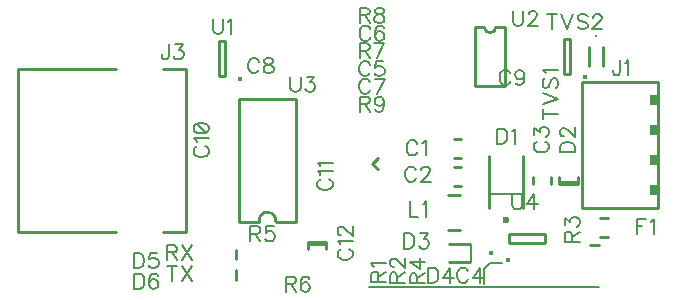
<source format=gto>
G04 DipTrace 2.4.0.2*
%INTopSilk.gbr*%
%MOIN*%
%ADD10C,0.0098*%
%ADD18C,0.0079*%
%ADD23C,0.0236*%
%ADD25C,0.0157*%
%ADD33C,0.0154*%
%ADD35C,0.0094*%
%ADD80C,0.0077*%
%FSLAX44Y44*%
G04*
G70*
G90*
G75*
G01*
%LNTopSilk*%
%LPD*%
X16605Y8622D2*
D10*
X16840D1*
X16605Y9252D2*
X16840D1*
X16605Y7685D2*
X16840D1*
X16605Y8314D2*
X16840D1*
X19861Y7745D2*
Y7981D1*
X19232Y7745D2*
Y7981D1*
X11732Y5742D2*
X12361D1*
X11732Y5816D2*
X12361D1*
X11732D2*
Y5581D1*
X12361Y5816D2*
Y5581D1*
X17788Y6964D2*
Y8696D1*
X18930Y6964D2*
Y8696D1*
D23*
X18359Y6570D3*
X20107Y7745D2*
D10*
Y7981D1*
X20736Y7745D2*
Y7981D1*
Y7820D2*
X20107D1*
X20736Y7745D2*
X20107D1*
X17151Y5140D2*
X16442D1*
X17151Y5770D2*
X16442D1*
D25*
X17840Y5455D3*
X21139Y5731D2*
D10*
X21454D1*
X9331Y5571D2*
Y5256D1*
Y4882D2*
Y4567D1*
X21496Y5985D2*
X21732D1*
X21496Y6614D2*
X21732D1*
X23429Y6965D2*
Y11146D1*
X20870D1*
Y6965D1*
X23429D1*
G36*
X23144Y7398D2*
X23459D1*
Y7712D1*
X23144D1*
Y7398D1*
G37*
G36*
Y8397D2*
X23459D1*
Y8712D1*
X23144D1*
Y8397D1*
G37*
G36*
Y9398D2*
X23459D1*
Y9713D1*
X23144D1*
Y9398D1*
G37*
G36*
Y10398D2*
X23459D1*
Y10713D1*
X23144D1*
Y10398D1*
G37*
X2067Y11575D2*
D10*
Y6142D1*
Y11575D2*
X5334D1*
X2067Y6142D2*
X5335D1*
X6910Y11575D2*
X7677D1*
Y6142D1*
X6910D1*
X16407Y6222D2*
X16801D1*
X16408Y7403D2*
X16801D1*
D33*
X20974Y11325D3*
X20472Y11417D2*
D10*
Y12598D1*
X20276D1*
Y11417D1*
X20472D1*
X21594Y12323D2*
Y11693D1*
X21122Y12323D2*
Y11693D1*
D35*
X21358Y12693D3*
D33*
X9474Y11255D3*
X8972Y11347D2*
D10*
Y12529D1*
X8776D1*
Y11347D1*
X8972D1*
X17303Y12992D2*
Y11024D1*
X18327Y12992D2*
Y11024D1*
X17303D2*
X18327D1*
X17618Y12992D2*
X17303D1*
X18012D2*
X18327D1*
X17618D2*
G03X18012Y12992I197J0D01*
G01*
X11339Y6506D2*
Y10600D1*
X9449Y6506D2*
Y10600D1*
X11339D2*
X9449D1*
X11339Y6506D2*
X10669D1*
X10118D2*
X9449D1*
X10669D2*
G03X10118Y6506I-276J37D01*
G01*
D33*
X18403Y5239D3*
X18456Y5780D2*
D10*
X19637D1*
X18456Y6095D2*
X19637D1*
Y5780D2*
Y6095D1*
X18456Y5780D2*
Y6095D1*
X14083Y8240D2*
X13886Y8437D1*
X14083Y8633D1*
X13780Y4331D2*
D18*
X13976D1*
X16535D1*
X21457D1*
X17171Y5187D2*
Y5750D1*
X17618Y4429D2*
Y4921D1*
X17815Y5118D1*
X18012D1*
X18209D1*
X17796Y7437D2*
X18921D1*
X15390Y9092D2*
D80*
X15366Y9139D1*
X15318Y9187D1*
X15270Y9211D1*
X15175D1*
X15127Y9187D1*
X15079Y9139D1*
X15055Y9092D1*
X15031Y9020D1*
Y8900D1*
X15055Y8829D1*
X15079Y8781D1*
X15127Y8733D1*
X15175Y8709D1*
X15270D1*
X15318Y8733D1*
X15366Y8781D1*
X15390Y8829D1*
X15544Y9115D2*
X15592Y9139D1*
X15664Y9211D1*
Y8709D1*
X15345Y8217D2*
X15321Y8264D1*
X15273Y8312D1*
X15225Y8336D1*
X15130D1*
X15082Y8312D1*
X15034Y8264D1*
X15010Y8217D1*
X14986Y8145D1*
Y8025D1*
X15010Y7954D1*
X15034Y7906D1*
X15082Y7858D1*
X15130Y7834D1*
X15225D1*
X15273Y7858D1*
X15321Y7906D1*
X15345Y7954D1*
X15523Y8216D2*
Y8240D1*
X15547Y8288D1*
X15571Y8312D1*
X15619Y8336D1*
X15715D1*
X15762Y8312D1*
X15786Y8288D1*
X15810Y8240D1*
Y8192D1*
X15786Y8144D1*
X15738Y8073D1*
X15499Y7834D1*
X15834D1*
X19392Y9173D2*
X19344Y9149D1*
X19296Y9101D1*
X19272Y9053D1*
Y8958D1*
X19296Y8910D1*
X19344Y8862D1*
X19392Y8838D1*
X19463Y8814D1*
X19583D1*
X19655Y8838D1*
X19703Y8862D1*
X19750Y8910D1*
X19775Y8958D1*
Y9053D1*
X19750Y9101D1*
X19703Y9149D1*
X19655Y9173D1*
X19273Y9375D2*
Y9638D1*
X19464Y9495D1*
Y9567D1*
X19488Y9614D1*
X19512Y9638D1*
X19583Y9662D1*
X19631D1*
X19703Y9638D1*
X19751Y9590D1*
X19775Y9519D1*
Y9447D1*
X19751Y9375D1*
X19727Y9352D1*
X19679Y9327D1*
X17083Y4850D2*
X17059Y4898D1*
X17011Y4946D1*
X16964Y4969D1*
X16868D1*
X16820Y4946D1*
X16773Y4898D1*
X16748Y4850D1*
X16725Y4778D1*
Y4658D1*
X16748Y4587D1*
X16773Y4539D1*
X16820Y4491D1*
X16868Y4467D1*
X16964D1*
X17011Y4491D1*
X17059Y4539D1*
X17083Y4587D1*
X17477Y4467D2*
Y4969D1*
X17238Y4635D1*
X17596D1*
X13813Y11735D2*
X13789Y11782D1*
X13741Y11831D1*
X13693Y11854D1*
X13598D1*
X13550Y11831D1*
X13502Y11782D1*
X13478Y11735D1*
X13454Y11663D1*
Y11543D1*
X13478Y11472D1*
X13502Y11424D1*
X13550Y11376D1*
X13598Y11352D1*
X13693D1*
X13741Y11376D1*
X13789Y11424D1*
X13813Y11472D1*
X14254Y11854D2*
X14015D1*
X13991Y11639D1*
X14015Y11662D1*
X14087Y11687D1*
X14158D1*
X14230Y11662D1*
X14278Y11615D1*
X14302Y11543D1*
Y11496D1*
X14278Y11424D1*
X14230Y11376D1*
X14158Y11352D1*
X14087D1*
X14015Y11376D1*
X13991Y11400D1*
X13967Y11447D1*
X13825Y12916D2*
X13801Y12964D1*
X13753Y13012D1*
X13705Y13035D1*
X13610D1*
X13562Y13012D1*
X13514Y12964D1*
X13490Y12916D1*
X13466Y12844D1*
Y12724D1*
X13490Y12653D1*
X13514Y12605D1*
X13562Y12557D1*
X13610Y12533D1*
X13705D1*
X13753Y12557D1*
X13801Y12605D1*
X13825Y12653D1*
X14266Y12964D2*
X14242Y13011D1*
X14170Y13035D1*
X14123D1*
X14051Y13011D1*
X14003Y12939D1*
X13979Y12820D1*
Y12700D1*
X14003Y12605D1*
X14051Y12557D1*
X14123Y12533D1*
X14147D1*
X14218Y12557D1*
X14266Y12605D1*
X14290Y12677D1*
Y12700D1*
X14266Y12772D1*
X14218Y12820D1*
X14147Y12844D1*
X14123D1*
X14051Y12820D1*
X14003Y12772D1*
X13979Y12700D1*
X13813Y11144D2*
X13789Y11192D1*
X13741Y11240D1*
X13693Y11264D1*
X13598D1*
X13550Y11240D1*
X13502Y11192D1*
X13478Y11144D1*
X13454Y11072D1*
Y10953D1*
X13478Y10881D1*
X13502Y10833D1*
X13550Y10786D1*
X13598Y10761D1*
X13693D1*
X13741Y10786D1*
X13789Y10833D1*
X13813Y10881D1*
X14063Y10761D2*
X14302Y11263D1*
X13967D1*
X10112Y11833D2*
X10088Y11881D1*
X10040Y11929D1*
X9993Y11953D1*
X9897D1*
X9849Y11929D1*
X9802Y11881D1*
X9777Y11833D1*
X9753Y11761D1*
Y11642D1*
X9777Y11570D1*
X9802Y11522D1*
X9849Y11475D1*
X9897Y11450D1*
X9993D1*
X10040Y11475D1*
X10088Y11522D1*
X10112Y11570D1*
X10386Y11952D2*
X10315Y11928D1*
X10290Y11881D1*
Y11833D1*
X10315Y11785D1*
X10362Y11761D1*
X10458Y11737D1*
X10530Y11713D1*
X10577Y11665D1*
X10601Y11618D1*
Y11546D1*
X10577Y11498D1*
X10553Y11474D1*
X10482Y11450D1*
X10386D1*
X10315Y11474D1*
X10290Y11498D1*
X10267Y11546D1*
Y11618D1*
X10290Y11665D1*
X10338Y11713D1*
X10410Y11737D1*
X10505Y11761D1*
X10553Y11785D1*
X10577Y11833D1*
Y11881D1*
X10553Y11928D1*
X10482Y11952D1*
X10386D1*
X18490Y11440D2*
X18466Y11487D1*
X18418Y11535D1*
X18370Y11559D1*
X18275D1*
X18227Y11535D1*
X18179Y11487D1*
X18155Y11440D1*
X18131Y11368D1*
Y11248D1*
X18155Y11177D1*
X18179Y11128D1*
X18227Y11081D1*
X18275Y11057D1*
X18370D1*
X18418Y11081D1*
X18466Y11128D1*
X18490Y11177D1*
X18955Y11392D2*
X18931Y11320D1*
X18884Y11272D1*
X18812Y11248D1*
X18788D1*
X18716Y11272D1*
X18669Y11320D1*
X18644Y11392D1*
Y11415D1*
X18669Y11487D1*
X18716Y11535D1*
X18788Y11558D1*
X18812D1*
X18884Y11535D1*
X18931Y11487D1*
X18955Y11392D1*
Y11272D1*
X18931Y11152D1*
X18884Y11080D1*
X18812Y11057D1*
X18764D1*
X18692Y11080D1*
X18669Y11128D1*
X8055Y9015D2*
X8007Y8991D1*
X7959Y8943D1*
X7936Y8896D1*
Y8800D1*
X7959Y8752D1*
X8007Y8704D1*
X8055Y8680D1*
X8127Y8656D1*
X8247D1*
X8318Y8680D1*
X8366Y8704D1*
X8414Y8752D1*
X8438Y8800D1*
Y8896D1*
X8414Y8943D1*
X8366Y8991D1*
X8318Y9015D1*
X8032Y9169D2*
X8007Y9218D1*
X7936Y9289D1*
X8438D1*
X7936Y9587D2*
X7960Y9516D1*
X8032Y9468D1*
X8151Y9444D1*
X8223D1*
X8342Y9468D1*
X8414Y9516D1*
X8438Y9587D1*
Y9635D1*
X8414Y9707D1*
X8342Y9754D1*
X8223Y9779D1*
X8151D1*
X8032Y9754D1*
X7960Y9707D1*
X7936Y9635D1*
Y9587D1*
X8032Y9754D2*
X8342Y9468D1*
X12182Y7917D2*
X12135Y7893D1*
X12087Y7845D1*
X12063Y7797D1*
Y7702D1*
X12087Y7654D1*
X12135Y7606D1*
X12182Y7582D1*
X12254Y7558D1*
X12374D1*
X12446Y7582D1*
X12494Y7606D1*
X12541Y7654D1*
X12565Y7702D1*
Y7797D1*
X12541Y7845D1*
X12494Y7893D1*
X12446Y7917D1*
X12159Y8071D2*
X12135Y8119D1*
X12064Y8191D1*
X12565D1*
X12159Y8346D2*
X12135Y8394D1*
X12064Y8465D1*
X12565D1*
X12851Y5594D2*
X12803Y5571D1*
X12755Y5522D1*
X12731Y5475D1*
Y5379D1*
X12755Y5331D1*
X12803Y5284D1*
X12851Y5259D1*
X12923Y5236D1*
X13043D1*
X13114Y5259D1*
X13162Y5284D1*
X13209Y5331D1*
X13234Y5379D1*
Y5475D1*
X13209Y5522D1*
X13162Y5571D1*
X13114Y5594D1*
X12828Y5749D2*
X12803Y5797D1*
X12732Y5869D1*
X13234D1*
X12851Y6047D2*
X12828D1*
X12779Y6071D1*
X12756Y6095D1*
X12732Y6143D1*
Y6239D1*
X12756Y6286D1*
X12779Y6310D1*
X12828Y6334D1*
X12875D1*
X12923Y6310D1*
X12994Y6262D1*
X13234Y6023D1*
Y6358D1*
X18054Y9605D2*
Y9103D1*
X18222D1*
X18293Y9127D1*
X18342Y9175D1*
X18365Y9223D1*
X18389Y9294D1*
Y9414D1*
X18365Y9486D1*
X18342Y9533D1*
X18293Y9581D1*
X18222Y9605D1*
X18054D1*
X18543Y9509D2*
X18592Y9533D1*
X18663Y9605D1*
Y9103D1*
X20147Y8826D2*
X20650D1*
Y8994D1*
X20625Y9065D1*
X20578Y9113D1*
X20530Y9137D1*
X20458Y9161D1*
X20338D1*
X20267Y9137D1*
X20219Y9113D1*
X20171Y9065D1*
X20147Y8994D1*
Y8826D1*
X20267Y9340D2*
X20243D1*
X20195Y9363D1*
X20172Y9387D1*
X20148Y9435D1*
Y9531D1*
X20172Y9578D1*
X20195Y9602D1*
X20243Y9627D1*
X20291D1*
X20339Y9602D1*
X20410Y9555D1*
X20650Y9315D1*
Y9650D1*
X14957Y6109D2*
Y5606D1*
X15124D1*
X15196Y5631D1*
X15244Y5678D1*
X15268Y5726D1*
X15292Y5798D1*
Y5917D1*
X15268Y5989D1*
X15244Y6037D1*
X15196Y6085D1*
X15124Y6109D1*
X14957D1*
X15494Y6108D2*
X15757D1*
X15614Y5917D1*
X15686D1*
X15733Y5893D1*
X15757Y5869D1*
X15781Y5798D1*
Y5750D1*
X15757Y5678D1*
X15709Y5630D1*
X15638Y5606D1*
X15566D1*
X15494Y5630D1*
X15471Y5654D1*
X15446Y5702D1*
X15754Y4967D2*
Y4465D1*
X15922D1*
X15993Y4489D1*
X16042Y4537D1*
X16065Y4585D1*
X16089Y4656D1*
Y4776D1*
X16065Y4848D1*
X16042Y4896D1*
X15993Y4944D1*
X15922Y4967D1*
X15754D1*
X16483Y4465D2*
Y4967D1*
X16243Y4633D1*
X16602D1*
X5946Y5457D2*
Y4954D1*
X6114D1*
X6185Y4979D1*
X6234Y5026D1*
X6257Y5074D1*
X6281Y5145D1*
Y5265D1*
X6257Y5337D1*
X6234Y5385D1*
X6185Y5433D1*
X6114Y5457D1*
X5946D1*
X6722Y5456D2*
X6484D1*
X6460Y5241D1*
X6484Y5265D1*
X6555Y5289D1*
X6627D1*
X6699Y5265D1*
X6747Y5217D1*
X6770Y5145D1*
Y5098D1*
X6747Y5026D1*
X6699Y4978D1*
X6627Y4954D1*
X6555D1*
X6484Y4978D1*
X6460Y5002D1*
X6435Y5050D1*
X5958Y4768D2*
Y4265D1*
X6126D1*
X6198Y4290D1*
X6246Y4337D1*
X6269Y4385D1*
X6293Y4456D1*
Y4576D1*
X6269Y4648D1*
X6246Y4696D1*
X6198Y4744D1*
X6126Y4768D1*
X5958D1*
X6734Y4696D2*
X6711Y4743D1*
X6639Y4767D1*
X6591D1*
X6519Y4743D1*
X6471Y4671D1*
X6448Y4552D1*
Y4433D1*
X6471Y4337D1*
X6519Y4289D1*
X6591Y4265D1*
X6615D1*
X6686Y4289D1*
X6734Y4337D1*
X6758Y4409D1*
Y4433D1*
X6734Y4505D1*
X6686Y4552D1*
X6615Y4576D1*
X6591D1*
X6519Y4552D1*
X6471Y4505D1*
X6448Y4433D1*
X23011Y6598D2*
X22699D1*
Y6096D1*
Y6359D2*
X22891D1*
X23165Y6502D2*
X23213Y6527D1*
X23285Y6598D1*
Y6096D1*
X22147Y11878D2*
Y11495D1*
X22123Y11424D1*
X22099Y11400D1*
X22052Y11375D1*
X22003D1*
X21956Y11400D1*
X21932Y11424D1*
X21908Y11495D1*
Y11543D1*
X22302Y11782D2*
X22350Y11806D1*
X22421Y11877D1*
Y11375D1*
X7109Y12413D2*
Y12031D1*
X7085Y11959D1*
X7061Y11935D1*
X7014Y11911D1*
X6966D1*
X6918Y11935D1*
X6894Y11959D1*
X6870Y12031D1*
Y12078D1*
X7312Y12413D2*
X7574D1*
X7431Y12222D1*
X7503D1*
X7550Y12198D1*
X7574Y12174D1*
X7599Y12102D1*
Y12055D1*
X7574Y11983D1*
X7527Y11935D1*
X7455Y11911D1*
X7383D1*
X7312Y11935D1*
X7288Y11959D1*
X7264Y12007D1*
X15136Y7174D2*
Y6672D1*
X15423D1*
X15577Y7078D2*
X15626Y7102D1*
X15697Y7174D1*
Y6672D1*
X14096Y4500D2*
Y4715D1*
X14071Y4786D1*
X14048Y4811D1*
X14000Y4835D1*
X13952D1*
X13904Y4811D1*
X13880Y4786D1*
X13856Y4715D1*
Y4500D1*
X14359D1*
X14096Y4667D2*
X14359Y4835D1*
X13952Y4989D2*
X13928Y5037D1*
X13857Y5109D1*
X14359D1*
X14718Y4472D2*
Y4687D1*
X14693Y4759D1*
X14670Y4783D1*
X14622Y4807D1*
X14574D1*
X14526Y4783D1*
X14502Y4759D1*
X14478Y4687D1*
Y4472D1*
X14981D1*
X14718Y4639D2*
X14981Y4807D1*
X14598Y4985D2*
X14575D1*
X14526Y5009D1*
X14503Y5033D1*
X14479Y5081D1*
Y5177D1*
X14503Y5224D1*
X14526Y5248D1*
X14575Y5272D1*
X14622D1*
X14670Y5248D1*
X14741Y5200D1*
X14981Y4961D1*
Y5296D1*
X20544Y5837D2*
Y6052D1*
X20520Y6124D1*
X20496Y6149D1*
X20448Y6172D1*
X20400D1*
X20353Y6149D1*
X20328Y6124D1*
X20305Y6052D1*
Y5837D1*
X20807D1*
X20544Y6005D2*
X20807Y6172D1*
X20305Y6375D2*
Y6637D1*
X20496Y6494D1*
Y6566D1*
X20520Y6614D1*
X20544Y6637D1*
X20616Y6662D1*
X20663D1*
X20735Y6637D1*
X20783Y6590D1*
X20807Y6518D1*
Y6446D1*
X20783Y6375D1*
X20759Y6351D1*
X20711Y6327D1*
X15382Y4441D2*
Y4656D1*
X15358Y4728D1*
X15334Y4752D1*
X15286Y4776D1*
X15238D1*
X15191Y4752D1*
X15167Y4728D1*
X15143Y4656D1*
Y4441D1*
X15645D1*
X15382Y4609D2*
X15645Y4776D1*
Y5170D2*
X15143D1*
X15478Y4930D1*
Y5289D1*
X9824Y6103D2*
X10039D1*
X10111Y6127D1*
X10135Y6151D1*
X10159Y6199D1*
Y6247D1*
X10135Y6294D1*
X10111Y6319D1*
X10039Y6342D1*
X9824D1*
Y5840D1*
X9992Y6103D2*
X10159Y5840D1*
X10600Y6342D2*
X10362D1*
X10338Y6127D1*
X10362Y6151D1*
X10433Y6175D1*
X10505D1*
X10576Y6151D1*
X10625Y6103D1*
X10648Y6031D1*
Y5984D1*
X10625Y5912D1*
X10576Y5864D1*
X10505Y5840D1*
X10433D1*
X10362Y5864D1*
X10338Y5888D1*
X10313Y5936D1*
X11017Y4430D2*
X11232D1*
X11304Y4454D1*
X11329Y4478D1*
X11352Y4526D1*
Y4574D1*
X11329Y4621D1*
X11304Y4645D1*
X11232Y4669D1*
X11017D1*
Y4167D1*
X11185Y4430D2*
X11352Y4167D1*
X11794Y4597D2*
X11770Y4645D1*
X11698Y4669D1*
X11650D1*
X11579Y4645D1*
X11530Y4573D1*
X11507Y4454D1*
Y4334D1*
X11530Y4239D1*
X11579Y4191D1*
X11650Y4167D1*
X11674D1*
X11745Y4191D1*
X11794Y4239D1*
X11817Y4311D1*
Y4334D1*
X11794Y4406D1*
X11745Y4454D1*
X11674Y4477D1*
X11650D1*
X11579Y4454D1*
X11530Y4406D1*
X11507Y4334D1*
X13466Y12206D2*
X13681D1*
X13753Y12230D1*
X13777Y12254D1*
X13801Y12301D1*
Y12349D1*
X13777Y12397D1*
X13753Y12421D1*
X13681Y12445D1*
X13466D1*
Y11942D1*
X13633Y12206D2*
X13801Y11942D1*
X14051D2*
X14290Y12444D1*
X13955D1*
X13466Y13387D2*
X13681D1*
X13753Y13411D1*
X13777Y13435D1*
X13801Y13482D1*
Y13530D1*
X13777Y13578D1*
X13753Y13602D1*
X13681Y13626D1*
X13466D1*
Y13124D1*
X13634Y13387D2*
X13801Y13124D1*
X14075Y13625D2*
X14004Y13602D1*
X13979Y13554D1*
Y13506D1*
X14004Y13458D1*
X14051Y13434D1*
X14147Y13410D1*
X14219Y13387D1*
X14266Y13339D1*
X14290Y13291D1*
Y13219D1*
X14266Y13172D1*
X14242Y13147D1*
X14170Y13124D1*
X14075D1*
X14004Y13147D1*
X13979Y13172D1*
X13955Y13219D1*
Y13291D1*
X13979Y13339D1*
X14027Y13387D1*
X14099Y13410D1*
X14194Y13434D1*
X14242Y13458D1*
X14266Y13506D1*
Y13554D1*
X14242Y13602D1*
X14170Y13625D1*
X14075D1*
X13478Y10434D2*
X13693D1*
X13765Y10458D1*
X13789Y10482D1*
X13813Y10529D1*
Y10578D1*
X13789Y10625D1*
X13765Y10649D1*
X13693Y10673D1*
X13478D1*
Y10171D1*
X13645Y10434D2*
X13813Y10171D1*
X14278Y10506D2*
X14254Y10434D1*
X14206Y10386D1*
X14134Y10362D1*
X14111D1*
X14039Y10386D1*
X13991Y10434D1*
X13967Y10506D1*
Y10529D1*
X13991Y10601D1*
X14039Y10649D1*
X14111Y10673D1*
X14134D1*
X14206Y10649D1*
X14254Y10601D1*
X14278Y10506D1*
Y10386D1*
X14254Y10266D1*
X14206Y10195D1*
X14134Y10171D1*
X14087D1*
X14015Y10195D1*
X13991Y10243D1*
X19573Y10092D2*
X20075D1*
X19573Y9925D2*
Y10259D1*
Y10414D2*
X20075Y10605D1*
X19573Y10796D1*
X19645Y11286D2*
X19597Y11238D1*
X19573Y11166D1*
Y11071D1*
X19597Y10999D1*
X19645Y10951D1*
X19692D1*
X19740Y10975D1*
X19764Y10999D1*
X19788Y11046D1*
X19836Y11190D1*
X19860Y11238D1*
X19884Y11262D1*
X19932Y11286D1*
X20003D1*
X20051Y11238D1*
X20075Y11166D1*
Y11071D1*
X20051Y10999D1*
X20003Y10951D1*
X19669Y11440D2*
X19645Y11488D1*
X19573Y11560D1*
X20075D1*
X19872Y13421D2*
Y12919D1*
X19705Y13421D2*
X20040D1*
X20194D2*
X20385Y12919D1*
X20577Y13421D1*
X21066Y13349D2*
X21018Y13397D1*
X20946Y13421D1*
X20851D1*
X20779Y13397D1*
X20731Y13349D1*
Y13302D1*
X20755Y13254D1*
X20779Y13230D1*
X20827Y13206D1*
X20970Y13158D1*
X21018Y13134D1*
X21042Y13110D1*
X21066Y13062D1*
Y12991D1*
X21018Y12943D1*
X20946Y12919D1*
X20851D1*
X20779Y12943D1*
X20731Y12991D1*
X21245Y13301D2*
Y13325D1*
X21268Y13373D1*
X21292Y13397D1*
X21340Y13421D1*
X21436D1*
X21483Y13397D1*
X21507Y13373D1*
X21531Y13325D1*
Y13277D1*
X21507Y13229D1*
X21460Y13158D1*
X21220Y12919D1*
X21555D1*
X8578Y13261D2*
Y12902D1*
X8602Y12830D1*
X8650Y12783D1*
X8722Y12758D1*
X8769D1*
X8841Y12783D1*
X8889Y12830D1*
X8913Y12902D1*
Y13261D1*
X9067Y13165D2*
X9116Y13189D1*
X9187Y13260D1*
Y12758D1*
X18584Y13528D2*
Y13169D1*
X18608Y13097D1*
X18656Y13049D1*
X18728Y13025D1*
X18775D1*
X18847Y13049D1*
X18895Y13097D1*
X18919Y13169D1*
Y13528D1*
X19098Y13408D2*
Y13431D1*
X19121Y13479D1*
X19145Y13503D1*
X19193Y13527D1*
X19289D1*
X19336Y13503D1*
X19360Y13479D1*
X19384Y13431D1*
Y13384D1*
X19360Y13336D1*
X19313Y13264D1*
X19073Y13025D1*
X19408D1*
X11163Y11333D2*
Y10974D1*
X11186Y10902D1*
X11234Y10855D1*
X11306Y10830D1*
X11354D1*
X11426Y10855D1*
X11474Y10902D1*
X11498Y10974D1*
Y11333D1*
X11700Y11332D2*
X11963D1*
X11819Y11141D1*
X11891D1*
X11939Y11117D1*
X11963Y11093D1*
X11987Y11021D1*
Y10974D1*
X11963Y10902D1*
X11915Y10854D1*
X11843Y10830D1*
X11771D1*
X11700Y10854D1*
X11676Y10878D1*
X11652Y10926D1*
X18557Y7417D2*
Y7059D1*
X18581Y6987D1*
X18629Y6939D1*
X18701Y6915D1*
X18749D1*
X18821Y6939D1*
X18869Y6987D1*
X18892Y7059D1*
Y7417D1*
X19286Y6915D2*
Y7417D1*
X19047Y7082D1*
X19405D1*
X7048Y5475D2*
X7263D1*
X7335Y5500D1*
X7359Y5523D1*
X7383Y5571D1*
Y5619D1*
X7359Y5667D1*
X7335Y5691D1*
X7263Y5715D1*
X7048D1*
Y5212D1*
X7215Y5475D2*
X7383Y5212D1*
X7537Y5715D2*
X7872Y5212D1*
Y5715D2*
X7537Y5212D1*
X7215Y5026D2*
Y4523D1*
X7048Y5026D2*
X7383D1*
X7537D2*
X7872Y4523D1*
Y5026D2*
X7537Y4523D1*
M02*

</source>
